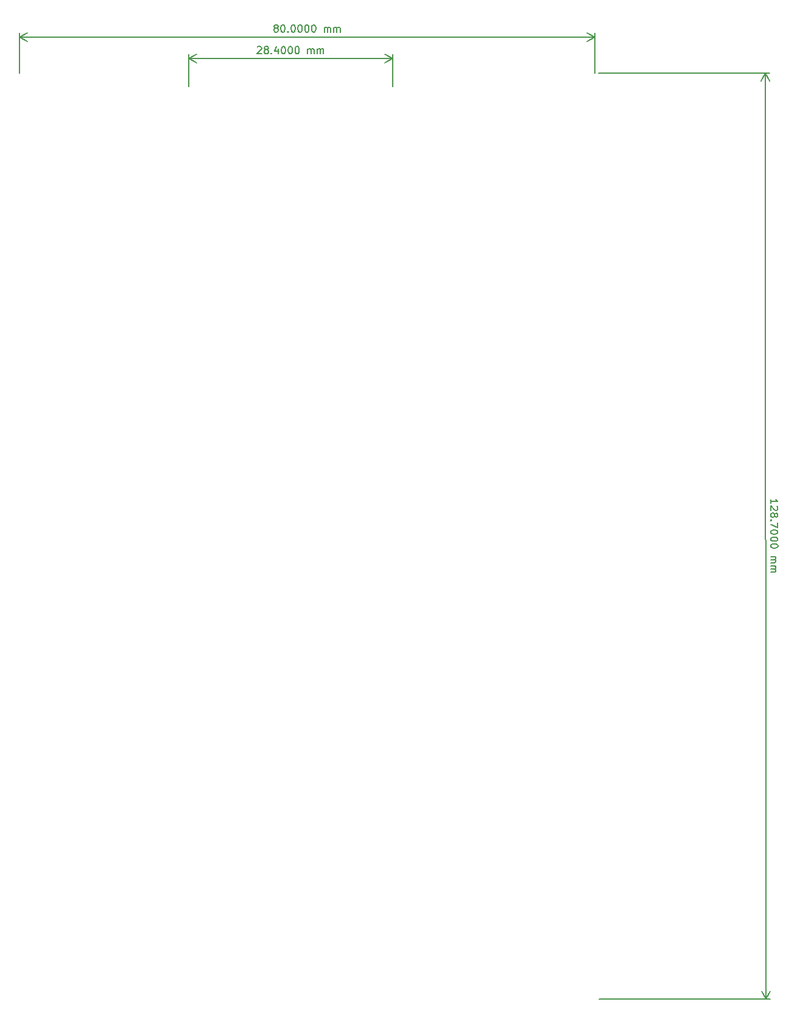
<source format=gbr>
%TF.GenerationSoftware,KiCad,Pcbnew,7.0.6*%
%TF.CreationDate,2023-07-24T15:49:13+01:00*%
%TF.ProjectId,new_board2,6e65775f-626f-4617-9264-322e6b696361,rev?*%
%TF.SameCoordinates,Original*%
%TF.FileFunction,Other,ECO1*%
%FSLAX46Y46*%
G04 Gerber Fmt 4.6, Leading zero omitted, Abs format (unit mm)*
G04 Created by KiCad (PCBNEW 7.0.6) date 2023-07-24 15:49:13*
%MOMM*%
%LPD*%
G01*
G04 APERTURE LIST*
%ADD10C,0.150000*%
G04 APERTURE END LIST*
D10*
X171871429Y-34433390D02*
X171776191Y-34385771D01*
X171776191Y-34385771D02*
X171728572Y-34338152D01*
X171728572Y-34338152D02*
X171680953Y-34242914D01*
X171680953Y-34242914D02*
X171680953Y-34195295D01*
X171680953Y-34195295D02*
X171728572Y-34100057D01*
X171728572Y-34100057D02*
X171776191Y-34052438D01*
X171776191Y-34052438D02*
X171871429Y-34004819D01*
X171871429Y-34004819D02*
X172061905Y-34004819D01*
X172061905Y-34004819D02*
X172157143Y-34052438D01*
X172157143Y-34052438D02*
X172204762Y-34100057D01*
X172204762Y-34100057D02*
X172252381Y-34195295D01*
X172252381Y-34195295D02*
X172252381Y-34242914D01*
X172252381Y-34242914D02*
X172204762Y-34338152D01*
X172204762Y-34338152D02*
X172157143Y-34385771D01*
X172157143Y-34385771D02*
X172061905Y-34433390D01*
X172061905Y-34433390D02*
X171871429Y-34433390D01*
X171871429Y-34433390D02*
X171776191Y-34481009D01*
X171776191Y-34481009D02*
X171728572Y-34528628D01*
X171728572Y-34528628D02*
X171680953Y-34623866D01*
X171680953Y-34623866D02*
X171680953Y-34814342D01*
X171680953Y-34814342D02*
X171728572Y-34909580D01*
X171728572Y-34909580D02*
X171776191Y-34957200D01*
X171776191Y-34957200D02*
X171871429Y-35004819D01*
X171871429Y-35004819D02*
X172061905Y-35004819D01*
X172061905Y-35004819D02*
X172157143Y-34957200D01*
X172157143Y-34957200D02*
X172204762Y-34909580D01*
X172204762Y-34909580D02*
X172252381Y-34814342D01*
X172252381Y-34814342D02*
X172252381Y-34623866D01*
X172252381Y-34623866D02*
X172204762Y-34528628D01*
X172204762Y-34528628D02*
X172157143Y-34481009D01*
X172157143Y-34481009D02*
X172061905Y-34433390D01*
X172871429Y-34004819D02*
X172966667Y-34004819D01*
X172966667Y-34004819D02*
X173061905Y-34052438D01*
X173061905Y-34052438D02*
X173109524Y-34100057D01*
X173109524Y-34100057D02*
X173157143Y-34195295D01*
X173157143Y-34195295D02*
X173204762Y-34385771D01*
X173204762Y-34385771D02*
X173204762Y-34623866D01*
X173204762Y-34623866D02*
X173157143Y-34814342D01*
X173157143Y-34814342D02*
X173109524Y-34909580D01*
X173109524Y-34909580D02*
X173061905Y-34957200D01*
X173061905Y-34957200D02*
X172966667Y-35004819D01*
X172966667Y-35004819D02*
X172871429Y-35004819D01*
X172871429Y-35004819D02*
X172776191Y-34957200D01*
X172776191Y-34957200D02*
X172728572Y-34909580D01*
X172728572Y-34909580D02*
X172680953Y-34814342D01*
X172680953Y-34814342D02*
X172633334Y-34623866D01*
X172633334Y-34623866D02*
X172633334Y-34385771D01*
X172633334Y-34385771D02*
X172680953Y-34195295D01*
X172680953Y-34195295D02*
X172728572Y-34100057D01*
X172728572Y-34100057D02*
X172776191Y-34052438D01*
X172776191Y-34052438D02*
X172871429Y-34004819D01*
X173633334Y-34909580D02*
X173680953Y-34957200D01*
X173680953Y-34957200D02*
X173633334Y-35004819D01*
X173633334Y-35004819D02*
X173585715Y-34957200D01*
X173585715Y-34957200D02*
X173633334Y-34909580D01*
X173633334Y-34909580D02*
X173633334Y-35004819D01*
X174300000Y-34004819D02*
X174395238Y-34004819D01*
X174395238Y-34004819D02*
X174490476Y-34052438D01*
X174490476Y-34052438D02*
X174538095Y-34100057D01*
X174538095Y-34100057D02*
X174585714Y-34195295D01*
X174585714Y-34195295D02*
X174633333Y-34385771D01*
X174633333Y-34385771D02*
X174633333Y-34623866D01*
X174633333Y-34623866D02*
X174585714Y-34814342D01*
X174585714Y-34814342D02*
X174538095Y-34909580D01*
X174538095Y-34909580D02*
X174490476Y-34957200D01*
X174490476Y-34957200D02*
X174395238Y-35004819D01*
X174395238Y-35004819D02*
X174300000Y-35004819D01*
X174300000Y-35004819D02*
X174204762Y-34957200D01*
X174204762Y-34957200D02*
X174157143Y-34909580D01*
X174157143Y-34909580D02*
X174109524Y-34814342D01*
X174109524Y-34814342D02*
X174061905Y-34623866D01*
X174061905Y-34623866D02*
X174061905Y-34385771D01*
X174061905Y-34385771D02*
X174109524Y-34195295D01*
X174109524Y-34195295D02*
X174157143Y-34100057D01*
X174157143Y-34100057D02*
X174204762Y-34052438D01*
X174204762Y-34052438D02*
X174300000Y-34004819D01*
X175252381Y-34004819D02*
X175347619Y-34004819D01*
X175347619Y-34004819D02*
X175442857Y-34052438D01*
X175442857Y-34052438D02*
X175490476Y-34100057D01*
X175490476Y-34100057D02*
X175538095Y-34195295D01*
X175538095Y-34195295D02*
X175585714Y-34385771D01*
X175585714Y-34385771D02*
X175585714Y-34623866D01*
X175585714Y-34623866D02*
X175538095Y-34814342D01*
X175538095Y-34814342D02*
X175490476Y-34909580D01*
X175490476Y-34909580D02*
X175442857Y-34957200D01*
X175442857Y-34957200D02*
X175347619Y-35004819D01*
X175347619Y-35004819D02*
X175252381Y-35004819D01*
X175252381Y-35004819D02*
X175157143Y-34957200D01*
X175157143Y-34957200D02*
X175109524Y-34909580D01*
X175109524Y-34909580D02*
X175061905Y-34814342D01*
X175061905Y-34814342D02*
X175014286Y-34623866D01*
X175014286Y-34623866D02*
X175014286Y-34385771D01*
X175014286Y-34385771D02*
X175061905Y-34195295D01*
X175061905Y-34195295D02*
X175109524Y-34100057D01*
X175109524Y-34100057D02*
X175157143Y-34052438D01*
X175157143Y-34052438D02*
X175252381Y-34004819D01*
X176204762Y-34004819D02*
X176300000Y-34004819D01*
X176300000Y-34004819D02*
X176395238Y-34052438D01*
X176395238Y-34052438D02*
X176442857Y-34100057D01*
X176442857Y-34100057D02*
X176490476Y-34195295D01*
X176490476Y-34195295D02*
X176538095Y-34385771D01*
X176538095Y-34385771D02*
X176538095Y-34623866D01*
X176538095Y-34623866D02*
X176490476Y-34814342D01*
X176490476Y-34814342D02*
X176442857Y-34909580D01*
X176442857Y-34909580D02*
X176395238Y-34957200D01*
X176395238Y-34957200D02*
X176300000Y-35004819D01*
X176300000Y-35004819D02*
X176204762Y-35004819D01*
X176204762Y-35004819D02*
X176109524Y-34957200D01*
X176109524Y-34957200D02*
X176061905Y-34909580D01*
X176061905Y-34909580D02*
X176014286Y-34814342D01*
X176014286Y-34814342D02*
X175966667Y-34623866D01*
X175966667Y-34623866D02*
X175966667Y-34385771D01*
X175966667Y-34385771D02*
X176014286Y-34195295D01*
X176014286Y-34195295D02*
X176061905Y-34100057D01*
X176061905Y-34100057D02*
X176109524Y-34052438D01*
X176109524Y-34052438D02*
X176204762Y-34004819D01*
X177157143Y-34004819D02*
X177252381Y-34004819D01*
X177252381Y-34004819D02*
X177347619Y-34052438D01*
X177347619Y-34052438D02*
X177395238Y-34100057D01*
X177395238Y-34100057D02*
X177442857Y-34195295D01*
X177442857Y-34195295D02*
X177490476Y-34385771D01*
X177490476Y-34385771D02*
X177490476Y-34623866D01*
X177490476Y-34623866D02*
X177442857Y-34814342D01*
X177442857Y-34814342D02*
X177395238Y-34909580D01*
X177395238Y-34909580D02*
X177347619Y-34957200D01*
X177347619Y-34957200D02*
X177252381Y-35004819D01*
X177252381Y-35004819D02*
X177157143Y-35004819D01*
X177157143Y-35004819D02*
X177061905Y-34957200D01*
X177061905Y-34957200D02*
X177014286Y-34909580D01*
X177014286Y-34909580D02*
X176966667Y-34814342D01*
X176966667Y-34814342D02*
X176919048Y-34623866D01*
X176919048Y-34623866D02*
X176919048Y-34385771D01*
X176919048Y-34385771D02*
X176966667Y-34195295D01*
X176966667Y-34195295D02*
X177014286Y-34100057D01*
X177014286Y-34100057D02*
X177061905Y-34052438D01*
X177061905Y-34052438D02*
X177157143Y-34004819D01*
X178680953Y-35004819D02*
X178680953Y-34338152D01*
X178680953Y-34433390D02*
X178728572Y-34385771D01*
X178728572Y-34385771D02*
X178823810Y-34338152D01*
X178823810Y-34338152D02*
X178966667Y-34338152D01*
X178966667Y-34338152D02*
X179061905Y-34385771D01*
X179061905Y-34385771D02*
X179109524Y-34481009D01*
X179109524Y-34481009D02*
X179109524Y-35004819D01*
X179109524Y-34481009D02*
X179157143Y-34385771D01*
X179157143Y-34385771D02*
X179252381Y-34338152D01*
X179252381Y-34338152D02*
X179395238Y-34338152D01*
X179395238Y-34338152D02*
X179490477Y-34385771D01*
X179490477Y-34385771D02*
X179538096Y-34481009D01*
X179538096Y-34481009D02*
X179538096Y-35004819D01*
X180014286Y-35004819D02*
X180014286Y-34338152D01*
X180014286Y-34433390D02*
X180061905Y-34385771D01*
X180061905Y-34385771D02*
X180157143Y-34338152D01*
X180157143Y-34338152D02*
X180300000Y-34338152D01*
X180300000Y-34338152D02*
X180395238Y-34385771D01*
X180395238Y-34385771D02*
X180442857Y-34481009D01*
X180442857Y-34481009D02*
X180442857Y-35004819D01*
X180442857Y-34481009D02*
X180490476Y-34385771D01*
X180490476Y-34385771D02*
X180585714Y-34338152D01*
X180585714Y-34338152D02*
X180728571Y-34338152D01*
X180728571Y-34338152D02*
X180823810Y-34385771D01*
X180823810Y-34385771D02*
X180871429Y-34481009D01*
X180871429Y-34481009D02*
X180871429Y-35004819D01*
X216300000Y-40700000D02*
X216300000Y-35113580D01*
X136300000Y-40700000D02*
X136300000Y-35113580D01*
X216300000Y-35700000D02*
X136300000Y-35700000D01*
X216300000Y-35700000D02*
X136300000Y-35700000D01*
X216300000Y-35700000D02*
X215173496Y-36286421D01*
X216300000Y-35700000D02*
X215173496Y-35113579D01*
X136300000Y-35700000D02*
X137426504Y-35113579D01*
X136300000Y-35700000D02*
X137426504Y-36286421D01*
X169380953Y-37100058D02*
X169428572Y-37052439D01*
X169428572Y-37052439D02*
X169523810Y-37004820D01*
X169523810Y-37004820D02*
X169761905Y-37004820D01*
X169761905Y-37004820D02*
X169857143Y-37052439D01*
X169857143Y-37052439D02*
X169904762Y-37100058D01*
X169904762Y-37100058D02*
X169952381Y-37195296D01*
X169952381Y-37195296D02*
X169952381Y-37290534D01*
X169952381Y-37290534D02*
X169904762Y-37433391D01*
X169904762Y-37433391D02*
X169333334Y-38004820D01*
X169333334Y-38004820D02*
X169952381Y-38004820D01*
X170523810Y-37433391D02*
X170428572Y-37385772D01*
X170428572Y-37385772D02*
X170380953Y-37338153D01*
X170380953Y-37338153D02*
X170333334Y-37242915D01*
X170333334Y-37242915D02*
X170333334Y-37195296D01*
X170333334Y-37195296D02*
X170380953Y-37100058D01*
X170380953Y-37100058D02*
X170428572Y-37052439D01*
X170428572Y-37052439D02*
X170523810Y-37004820D01*
X170523810Y-37004820D02*
X170714286Y-37004820D01*
X170714286Y-37004820D02*
X170809524Y-37052439D01*
X170809524Y-37052439D02*
X170857143Y-37100058D01*
X170857143Y-37100058D02*
X170904762Y-37195296D01*
X170904762Y-37195296D02*
X170904762Y-37242915D01*
X170904762Y-37242915D02*
X170857143Y-37338153D01*
X170857143Y-37338153D02*
X170809524Y-37385772D01*
X170809524Y-37385772D02*
X170714286Y-37433391D01*
X170714286Y-37433391D02*
X170523810Y-37433391D01*
X170523810Y-37433391D02*
X170428572Y-37481010D01*
X170428572Y-37481010D02*
X170380953Y-37528629D01*
X170380953Y-37528629D02*
X170333334Y-37623867D01*
X170333334Y-37623867D02*
X170333334Y-37814343D01*
X170333334Y-37814343D02*
X170380953Y-37909581D01*
X170380953Y-37909581D02*
X170428572Y-37957201D01*
X170428572Y-37957201D02*
X170523810Y-38004820D01*
X170523810Y-38004820D02*
X170714286Y-38004820D01*
X170714286Y-38004820D02*
X170809524Y-37957201D01*
X170809524Y-37957201D02*
X170857143Y-37909581D01*
X170857143Y-37909581D02*
X170904762Y-37814343D01*
X170904762Y-37814343D02*
X170904762Y-37623867D01*
X170904762Y-37623867D02*
X170857143Y-37528629D01*
X170857143Y-37528629D02*
X170809524Y-37481010D01*
X170809524Y-37481010D02*
X170714286Y-37433391D01*
X171333334Y-37909581D02*
X171380953Y-37957201D01*
X171380953Y-37957201D02*
X171333334Y-38004820D01*
X171333334Y-38004820D02*
X171285715Y-37957201D01*
X171285715Y-37957201D02*
X171333334Y-37909581D01*
X171333334Y-37909581D02*
X171333334Y-38004820D01*
X172238095Y-37338153D02*
X172238095Y-38004820D01*
X172000000Y-36957201D02*
X171761905Y-37671486D01*
X171761905Y-37671486D02*
X172380952Y-37671486D01*
X172952381Y-37004820D02*
X173047619Y-37004820D01*
X173047619Y-37004820D02*
X173142857Y-37052439D01*
X173142857Y-37052439D02*
X173190476Y-37100058D01*
X173190476Y-37100058D02*
X173238095Y-37195296D01*
X173238095Y-37195296D02*
X173285714Y-37385772D01*
X173285714Y-37385772D02*
X173285714Y-37623867D01*
X173285714Y-37623867D02*
X173238095Y-37814343D01*
X173238095Y-37814343D02*
X173190476Y-37909581D01*
X173190476Y-37909581D02*
X173142857Y-37957201D01*
X173142857Y-37957201D02*
X173047619Y-38004820D01*
X173047619Y-38004820D02*
X172952381Y-38004820D01*
X172952381Y-38004820D02*
X172857143Y-37957201D01*
X172857143Y-37957201D02*
X172809524Y-37909581D01*
X172809524Y-37909581D02*
X172761905Y-37814343D01*
X172761905Y-37814343D02*
X172714286Y-37623867D01*
X172714286Y-37623867D02*
X172714286Y-37385772D01*
X172714286Y-37385772D02*
X172761905Y-37195296D01*
X172761905Y-37195296D02*
X172809524Y-37100058D01*
X172809524Y-37100058D02*
X172857143Y-37052439D01*
X172857143Y-37052439D02*
X172952381Y-37004820D01*
X173904762Y-37004820D02*
X174000000Y-37004820D01*
X174000000Y-37004820D02*
X174095238Y-37052439D01*
X174095238Y-37052439D02*
X174142857Y-37100058D01*
X174142857Y-37100058D02*
X174190476Y-37195296D01*
X174190476Y-37195296D02*
X174238095Y-37385772D01*
X174238095Y-37385772D02*
X174238095Y-37623867D01*
X174238095Y-37623867D02*
X174190476Y-37814343D01*
X174190476Y-37814343D02*
X174142857Y-37909581D01*
X174142857Y-37909581D02*
X174095238Y-37957201D01*
X174095238Y-37957201D02*
X174000000Y-38004820D01*
X174000000Y-38004820D02*
X173904762Y-38004820D01*
X173904762Y-38004820D02*
X173809524Y-37957201D01*
X173809524Y-37957201D02*
X173761905Y-37909581D01*
X173761905Y-37909581D02*
X173714286Y-37814343D01*
X173714286Y-37814343D02*
X173666667Y-37623867D01*
X173666667Y-37623867D02*
X173666667Y-37385772D01*
X173666667Y-37385772D02*
X173714286Y-37195296D01*
X173714286Y-37195296D02*
X173761905Y-37100058D01*
X173761905Y-37100058D02*
X173809524Y-37052439D01*
X173809524Y-37052439D02*
X173904762Y-37004820D01*
X174857143Y-37004820D02*
X174952381Y-37004820D01*
X174952381Y-37004820D02*
X175047619Y-37052439D01*
X175047619Y-37052439D02*
X175095238Y-37100058D01*
X175095238Y-37100058D02*
X175142857Y-37195296D01*
X175142857Y-37195296D02*
X175190476Y-37385772D01*
X175190476Y-37385772D02*
X175190476Y-37623867D01*
X175190476Y-37623867D02*
X175142857Y-37814343D01*
X175142857Y-37814343D02*
X175095238Y-37909581D01*
X175095238Y-37909581D02*
X175047619Y-37957201D01*
X175047619Y-37957201D02*
X174952381Y-38004820D01*
X174952381Y-38004820D02*
X174857143Y-38004820D01*
X174857143Y-38004820D02*
X174761905Y-37957201D01*
X174761905Y-37957201D02*
X174714286Y-37909581D01*
X174714286Y-37909581D02*
X174666667Y-37814343D01*
X174666667Y-37814343D02*
X174619048Y-37623867D01*
X174619048Y-37623867D02*
X174619048Y-37385772D01*
X174619048Y-37385772D02*
X174666667Y-37195296D01*
X174666667Y-37195296D02*
X174714286Y-37100058D01*
X174714286Y-37100058D02*
X174761905Y-37052439D01*
X174761905Y-37052439D02*
X174857143Y-37004820D01*
X176380953Y-38004820D02*
X176380953Y-37338153D01*
X176380953Y-37433391D02*
X176428572Y-37385772D01*
X176428572Y-37385772D02*
X176523810Y-37338153D01*
X176523810Y-37338153D02*
X176666667Y-37338153D01*
X176666667Y-37338153D02*
X176761905Y-37385772D01*
X176761905Y-37385772D02*
X176809524Y-37481010D01*
X176809524Y-37481010D02*
X176809524Y-38004820D01*
X176809524Y-37481010D02*
X176857143Y-37385772D01*
X176857143Y-37385772D02*
X176952381Y-37338153D01*
X176952381Y-37338153D02*
X177095238Y-37338153D01*
X177095238Y-37338153D02*
X177190477Y-37385772D01*
X177190477Y-37385772D02*
X177238096Y-37481010D01*
X177238096Y-37481010D02*
X177238096Y-38004820D01*
X177714286Y-38004820D02*
X177714286Y-37338153D01*
X177714286Y-37433391D02*
X177761905Y-37385772D01*
X177761905Y-37385772D02*
X177857143Y-37338153D01*
X177857143Y-37338153D02*
X178000000Y-37338153D01*
X178000000Y-37338153D02*
X178095238Y-37385772D01*
X178095238Y-37385772D02*
X178142857Y-37481010D01*
X178142857Y-37481010D02*
X178142857Y-38004820D01*
X178142857Y-37481010D02*
X178190476Y-37385772D01*
X178190476Y-37385772D02*
X178285714Y-37338153D01*
X178285714Y-37338153D02*
X178428571Y-37338153D01*
X178428571Y-37338153D02*
X178523810Y-37385772D01*
X178523810Y-37385772D02*
X178571429Y-37481010D01*
X178571429Y-37481010D02*
X178571429Y-38004820D01*
X159800000Y-42560000D02*
X159800000Y-38113581D01*
X188200000Y-42560000D02*
X188200000Y-38113581D01*
X159800000Y-38700001D02*
X188200000Y-38700001D01*
X159800000Y-38700001D02*
X188200000Y-38700001D01*
X159800000Y-38700001D02*
X160926504Y-38113580D01*
X159800000Y-38700001D02*
X160926504Y-39286422D01*
X188200000Y-38700001D02*
X187073496Y-39286422D01*
X188200000Y-38700001D02*
X187073496Y-38113580D01*
X240741659Y-100507236D02*
X240741215Y-99935808D01*
X240741437Y-100221522D02*
X241741436Y-100220745D01*
X241741436Y-100220745D02*
X241598505Y-100125618D01*
X241598505Y-100125618D02*
X241503193Y-100030454D01*
X241503193Y-100030454D02*
X241455500Y-99935253D01*
X241646716Y-100887485D02*
X241694372Y-100935067D01*
X241694372Y-100935067D02*
X241742065Y-101030268D01*
X241742065Y-101030268D02*
X241742250Y-101268364D01*
X241742250Y-101268364D02*
X241694705Y-101363639D01*
X241694705Y-101363639D02*
X241647123Y-101411295D01*
X241647123Y-101411295D02*
X241551922Y-101458988D01*
X241551922Y-101458988D02*
X241456684Y-101459062D01*
X241456684Y-101459062D02*
X241313790Y-101411554D01*
X241313790Y-101411554D02*
X240741918Y-100840569D01*
X240741918Y-100840569D02*
X240742399Y-101459617D01*
X241314271Y-102030601D02*
X241361816Y-101935326D01*
X241361816Y-101935326D02*
X241409398Y-101887670D01*
X241409398Y-101887670D02*
X241504599Y-101839977D01*
X241504599Y-101839977D02*
X241552218Y-101839940D01*
X241552218Y-101839940D02*
X241647493Y-101887485D01*
X241647493Y-101887485D02*
X241695149Y-101935067D01*
X241695149Y-101935067D02*
X241742842Y-102030268D01*
X241742842Y-102030268D02*
X241742990Y-102220744D01*
X241742990Y-102220744D02*
X241695445Y-102316019D01*
X241695445Y-102316019D02*
X241647863Y-102363675D01*
X241647863Y-102363675D02*
X241552662Y-102411368D01*
X241552662Y-102411368D02*
X241505043Y-102411405D01*
X241505043Y-102411405D02*
X241409768Y-102363860D01*
X241409768Y-102363860D02*
X241362112Y-102316278D01*
X241362112Y-102316278D02*
X241314419Y-102221077D01*
X241314419Y-102221077D02*
X241314271Y-102030601D01*
X241314271Y-102030601D02*
X241266578Y-101935400D01*
X241266578Y-101935400D02*
X241218922Y-101887818D01*
X241218922Y-101887818D02*
X241123647Y-101840273D01*
X241123647Y-101840273D02*
X240933171Y-101840421D01*
X240933171Y-101840421D02*
X240837970Y-101888114D01*
X240837970Y-101888114D02*
X240790388Y-101935770D01*
X240790388Y-101935770D02*
X240742843Y-102031045D01*
X240742843Y-102031045D02*
X240742991Y-102221521D01*
X240742991Y-102221521D02*
X240790684Y-102316722D01*
X240790684Y-102316722D02*
X240838340Y-102364304D01*
X240838340Y-102364304D02*
X240933615Y-102411849D01*
X240933615Y-102411849D02*
X241124091Y-102411701D01*
X241124091Y-102411701D02*
X241219292Y-102364008D01*
X241219292Y-102364008D02*
X241266874Y-102316352D01*
X241266874Y-102316352D02*
X241314419Y-102221077D01*
X240838710Y-102840495D02*
X240791128Y-102888151D01*
X240791128Y-102888151D02*
X240743472Y-102840569D01*
X240743472Y-102840569D02*
X240791054Y-102792913D01*
X240791054Y-102792913D02*
X240838710Y-102840495D01*
X240838710Y-102840495D02*
X240743472Y-102840569D01*
X241743767Y-103220744D02*
X241744285Y-103887410D01*
X241744285Y-103887410D02*
X240743953Y-103459616D01*
X241744729Y-104458838D02*
X241744803Y-104554077D01*
X241744803Y-104554077D02*
X241697258Y-104649352D01*
X241697258Y-104649352D02*
X241649676Y-104697008D01*
X241649676Y-104697008D02*
X241554475Y-104744701D01*
X241554475Y-104744701D02*
X241364036Y-104792468D01*
X241364036Y-104792468D02*
X241125941Y-104792653D01*
X241125941Y-104792653D02*
X240935428Y-104745182D01*
X240935428Y-104745182D02*
X240840153Y-104697637D01*
X240840153Y-104697637D02*
X240792497Y-104650055D01*
X240792497Y-104650055D02*
X240744804Y-104554854D01*
X240744804Y-104554854D02*
X240744730Y-104459615D01*
X240744730Y-104459615D02*
X240792275Y-104364340D01*
X240792275Y-104364340D02*
X240839857Y-104316684D01*
X240839857Y-104316684D02*
X240935058Y-104268991D01*
X240935058Y-104268991D02*
X241125497Y-104221224D01*
X241125497Y-104221224D02*
X241363592Y-104221039D01*
X241363592Y-104221039D02*
X241554105Y-104268510D01*
X241554105Y-104268510D02*
X241649380Y-104316055D01*
X241649380Y-104316055D02*
X241697036Y-104363637D01*
X241697036Y-104363637D02*
X241744729Y-104458838D01*
X241745469Y-105411219D02*
X241745543Y-105506457D01*
X241745543Y-105506457D02*
X241697998Y-105601732D01*
X241697998Y-105601732D02*
X241650416Y-105649388D01*
X241650416Y-105649388D02*
X241555215Y-105697081D01*
X241555215Y-105697081D02*
X241364776Y-105744848D01*
X241364776Y-105744848D02*
X241126681Y-105745033D01*
X241126681Y-105745033D02*
X240936168Y-105697562D01*
X240936168Y-105697562D02*
X240840893Y-105650017D01*
X240840893Y-105650017D02*
X240793237Y-105602435D01*
X240793237Y-105602435D02*
X240745544Y-105507234D01*
X240745544Y-105507234D02*
X240745470Y-105411996D01*
X240745470Y-105411996D02*
X240793015Y-105316721D01*
X240793015Y-105316721D02*
X240840597Y-105269065D01*
X240840597Y-105269065D02*
X240935798Y-105221372D01*
X240935798Y-105221372D02*
X241126237Y-105173605D01*
X241126237Y-105173605D02*
X241364332Y-105173420D01*
X241364332Y-105173420D02*
X241554845Y-105220891D01*
X241554845Y-105220891D02*
X241650120Y-105268436D01*
X241650120Y-105268436D02*
X241697776Y-105316018D01*
X241697776Y-105316018D02*
X241745469Y-105411219D01*
X241746209Y-106363600D02*
X241746283Y-106458838D01*
X241746283Y-106458838D02*
X241698738Y-106554113D01*
X241698738Y-106554113D02*
X241651156Y-106601769D01*
X241651156Y-106601769D02*
X241555955Y-106649462D01*
X241555955Y-106649462D02*
X241365516Y-106697229D01*
X241365516Y-106697229D02*
X241127421Y-106697414D01*
X241127421Y-106697414D02*
X240936908Y-106649943D01*
X240936908Y-106649943D02*
X240841633Y-106602398D01*
X240841633Y-106602398D02*
X240793977Y-106554816D01*
X240793977Y-106554816D02*
X240746284Y-106459615D01*
X240746284Y-106459615D02*
X240746210Y-106364377D01*
X240746210Y-106364377D02*
X240793755Y-106269102D01*
X240793755Y-106269102D02*
X240841337Y-106221446D01*
X240841337Y-106221446D02*
X240936538Y-106173753D01*
X240936538Y-106173753D02*
X241126977Y-106125986D01*
X241126977Y-106125986D02*
X241365072Y-106125801D01*
X241365072Y-106125801D02*
X241555585Y-106173272D01*
X241555585Y-106173272D02*
X241650860Y-106220817D01*
X241650860Y-106220817D02*
X241698516Y-106268399D01*
X241698516Y-106268399D02*
X241746209Y-106363600D01*
X240747394Y-107888186D02*
X241414060Y-107887668D01*
X241318822Y-107887742D02*
X241366478Y-107935324D01*
X241366478Y-107935324D02*
X241414171Y-108030525D01*
X241414171Y-108030525D02*
X241414282Y-108173382D01*
X241414282Y-108173382D02*
X241366737Y-108268658D01*
X241366737Y-108268658D02*
X241271536Y-108316351D01*
X241271536Y-108316351D02*
X240747727Y-108316758D01*
X241271536Y-108316351D02*
X241366811Y-108363896D01*
X241366811Y-108363896D02*
X241414504Y-108459097D01*
X241414504Y-108459097D02*
X241414615Y-108601954D01*
X241414615Y-108601954D02*
X241367070Y-108697229D01*
X241367070Y-108697229D02*
X241271869Y-108744922D01*
X241271869Y-108744922D02*
X240748060Y-108745329D01*
X240748430Y-109221519D02*
X241415096Y-109221001D01*
X241319858Y-109221075D02*
X241367514Y-109268657D01*
X241367514Y-109268657D02*
X241415207Y-109363858D01*
X241415207Y-109363858D02*
X241415318Y-109506715D01*
X241415318Y-109506715D02*
X241367773Y-109601990D01*
X241367773Y-109601990D02*
X241272572Y-109649683D01*
X241272572Y-109649683D02*
X240748763Y-109650090D01*
X241272572Y-109649683D02*
X241367847Y-109697228D01*
X241367847Y-109697228D02*
X241415540Y-109792429D01*
X241415540Y-109792429D02*
X241415651Y-109935286D01*
X241415651Y-109935286D02*
X241368106Y-110030561D01*
X241368106Y-110030561D02*
X241272905Y-110078254D01*
X241272905Y-110078254D02*
X240749096Y-110078661D01*
X216800000Y-40699612D02*
X240586413Y-40681130D01*
X216900000Y-169399612D02*
X240686413Y-169381130D01*
X239999993Y-40681585D02*
X240099993Y-169381585D01*
X239999993Y-40681585D02*
X240099993Y-169381585D01*
X239999993Y-40681585D02*
X240587289Y-41807633D01*
X239999993Y-40681585D02*
X239414448Y-41808544D01*
X240099993Y-169381585D02*
X239512697Y-168255537D01*
X240099993Y-169381585D02*
X240685538Y-168254626D01*
M02*

</source>
